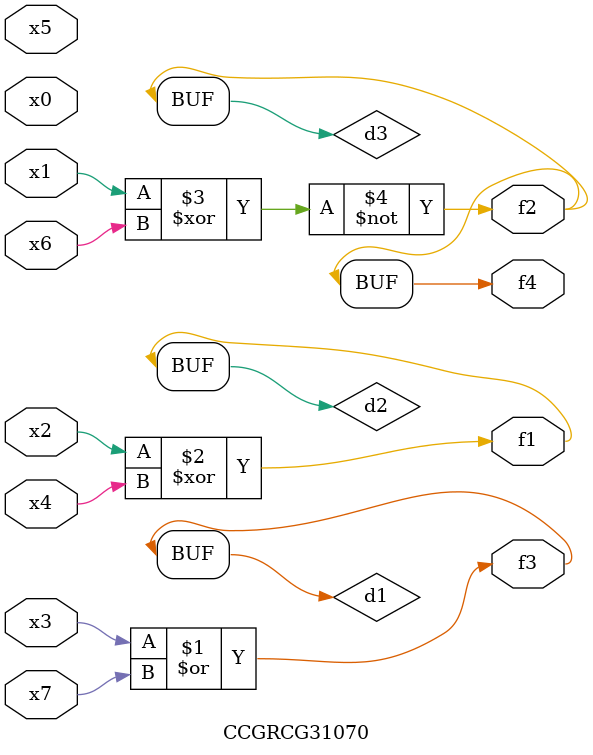
<source format=v>
module CCGRCG31070(
	input x0, x1, x2, x3, x4, x5, x6, x7,
	output f1, f2, f3, f4
);

	wire d1, d2, d3;

	or (d1, x3, x7);
	xor (d2, x2, x4);
	xnor (d3, x1, x6);
	assign f1 = d2;
	assign f2 = d3;
	assign f3 = d1;
	assign f4 = d3;
endmodule

</source>
